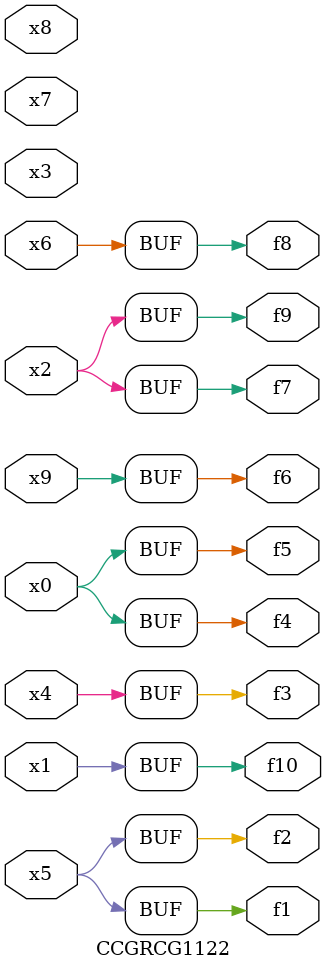
<source format=v>
module CCGRCG1122(
	input x0, x1, x2, x3, x4, x5, x6, x7, x8, x9,
	output f1, f2, f3, f4, f5, f6, f7, f8, f9, f10
);
	assign f1 = x5;
	assign f2 = x5;
	assign f3 = x4;
	assign f4 = x0;
	assign f5 = x0;
	assign f6 = x9;
	assign f7 = x2;
	assign f8 = x6;
	assign f9 = x2;
	assign f10 = x1;
endmodule

</source>
